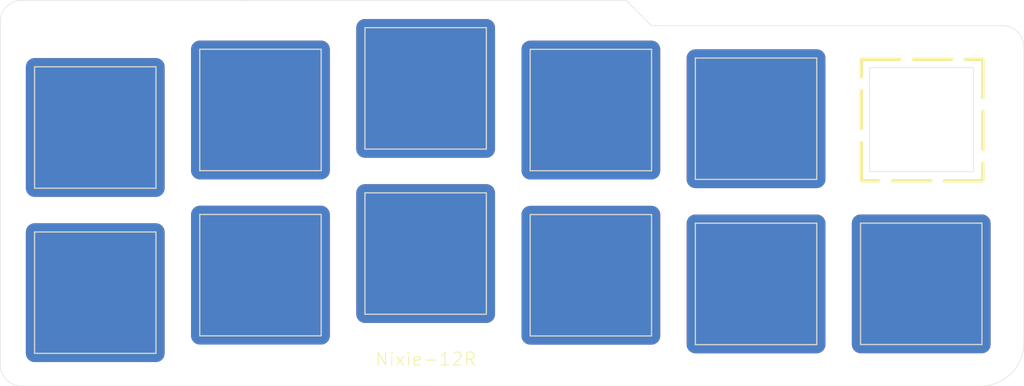
<source format=kicad_pcb>
(kicad_pcb (version 20221018) (generator pcbnew)
  (layers (0 "F.Cu" signal) (31 "B.Cu" signal) (34 "B.Paste" user) (35 "F.Paste" user) (36 "B.SilkS" user "B.Silkscreen") (37 "F.SilkS" user "F.Silkscreen") (38 "B.Mask" user) (39 "F.Mask" user) (44 "Edge.Cuts" user))
  (net 0 "")
  (footprint "Stencils:MX_FMask-with-cutout" (layer "F.Cu") (at 200.175 129.025)
    (fp_text reference "REF**" hide)
    (fp_text value "MX_FMask-with-cutout" hide)
    (fp_line (start -7 -7) (end -7 7) (stroke (width 0.15)) (layer "Edge.Cuts"))
    (fp_line (start -7 7) (end 7 7) (stroke (width 0.15)) (layer "Edge.Cuts"))
    (fp_line (start 7 -7) (end -7 -7) (stroke (width 0.15)) (layer "Edge.Cuts"))
    (fp_line (start 7 7) (end 7 -7) (stroke (width 0.15)) (layer "Edge.Cuts"))
    (pad "1" smd roundrect (at 0 0 180) (size 16 16) (layers "F.Cu" "F.Mask") (roundrect_rratio 0.063))
    (pad "1" smd roundrect (at 0 0 180) (size 16 16) (layers "B.Cu" "B.Mask") (roundrect_rratio 0.063))
  )
  (footprint "Stencils:MX_FMask-with-cutout" (layer "F.Cu") (at 238.275 151.575)
    (fp_text reference "REF**" hide)
    (fp_text value "MX_FMask-with-cutout" hide)
    (fp_line (start -7 -7) (end -7 7) (stroke (width 0.15)) (layer "Edge.Cuts"))
    (fp_line (start -7 7) (end 7 7) (stroke (width 0.15)) (layer "Edge.Cuts"))
    (fp_line (start 7 -7) (end -7 -7) (stroke (width 0.15)) (layer "Edge.Cuts"))
    (fp_line (start 7 7) (end 7 -7) (stroke (width 0.15)) (layer "Edge.Cuts"))
    (pad "1" smd roundrect (at 0 0 180) (size 16 16) (layers "F.Cu" "F.Mask") (roundrect_rratio 0.063))
    (pad "1" smd roundrect (at 0 0 180) (size 16 16) (layers "B.Cu" "B.Mask") (roundrect_rratio 0.063))
  )
  (footprint "Stencils:MX_FMask-with-cutout" (layer "F.Cu") (at 238.275 132.525)
    (fp_text reference "REF**" hide)
    (fp_text value "MX_FMask-with-cutout" hide)
    (fp_line (start -7 -7) (end -7 7) (stroke (width 0.15)) (layer "Edge.Cuts"))
    (fp_line (start -7 7) (end 7 7) (stroke (width 0.15)) (layer "Edge.Cuts"))
    (fp_line (start 7 -7) (end -7 -7) (stroke (width 0.15)) (layer "Edge.Cuts"))
    (fp_line (start 7 7) (end 7 -7) (stroke (width 0.15)) (layer "Edge.Cuts"))
    (pad "1" smd roundrect (at 0 0 180) (size 16 16) (layers "F.Cu" "F.Mask") (roundrect_rratio 0.063))
    (pad "1" smd roundrect (at 0 0 180) (size 16 16) (layers "B.Cu" "B.Mask") (roundrect_rratio 0.063))
  )
  (footprint "Stencils:MX_FMask-with-cutout" (layer "F.Cu") (at 162.075 133.535)
    (fp_text reference "REF**" hide)
    (fp_text value "MX_FMask-with-cutout" hide)
    (fp_line (start -7 -7) (end -7 7) (stroke (width 0.15)) (layer "Edge.Cuts"))
    (fp_line (start -7 7) (end 7 7) (stroke (width 0.15)) (layer "Edge.Cuts"))
    (fp_line (start 7 -7) (end -7 -7) (stroke (width 0.15)) (layer "Edge.Cuts"))
    (fp_line (start 7 7) (end 7 -7) (stroke (width 0.15)) (layer "Edge.Cuts"))
    (pad "1" smd roundrect (at 0 0 180) (size 16 16) (layers "F.Cu" "F.Mask") (roundrect_rratio 0.063))
    (pad "1" smd roundrect (at 0 0 180) (size 16 16) (layers "B.Cu" "B.Mask") (roundrect_rratio 0.063))
  )
  (footprint "Stencils:MX_FMask-with-cutout" (layer "F.Cu") (at 257.325 151.565)
    (fp_text reference "REF**" hide)
    (fp_text value "MX_FMask-with-cutout" hide)
    (fp_line (start -7 -7) (end -7 7) (stroke (width 0.15)) (layer "Edge.Cuts"))
    (fp_line (start -7 7) (end 7 7) (stroke (width 0.15)) (layer "Edge.Cuts"))
    (fp_line (start 7 -7) (end -7 -7) (stroke (width 0.15)) (layer "Edge.Cuts"))
    (fp_line (start 7 7) (end 7 -7) (stroke (width 0.15)) (layer "Edge.Cuts"))
    (pad "1" smd roundrect (at 0 0 180) (size 16 16) (layers "F.Cu" "F.Mask") (roundrect_rratio 0.063))
    (pad "1" smd roundrect (at 0 0 180) (size 16 16) (layers "B.Cu" "B.Mask") (roundrect_rratio 0.063))
  )
  (footprint "Stencils:MX_FMask-with-cutout" (layer "F.Cu") (at 181.125 150.565)
    (fp_text reference "REF**" hide)
    (fp_text value "MX_FMask-with-cutout" hide)
    (fp_line (start -7 -7) (end -7 7) (stroke (width 0.15)) (layer "Edge.Cuts"))
    (fp_line (start -7 7) (end 7 7) (stroke (width 0.15)) (layer "Edge.Cuts"))
    (fp_line (start 7 -7) (end -7 -7) (stroke (width 0.15)) (layer "Edge.Cuts"))
    (fp_line (start 7 7) (end 7 -7) (stroke (width 0.15)) (layer "Edge.Cuts"))
    (pad "1" smd roundrect (at 0 0 180) (size 16 16) (layers "F.Cu" "F.Mask") (roundrect_rratio 0.063))
    (pad "1" smd roundrect (at 0 0 180) (size 16 16) (layers "B.Cu" "B.Mask") (roundrect_rratio 0.063))
  )
  (footprint "Stencils:MX_FMask-with-cutout" (layer "F.Cu") (at 162.075 152.585)
    (fp_text reference "REF**" hide)
    (fp_text value "MX_FMask-with-cutout" hide)
    (fp_line (start -7 -7) (end -7 7) (stroke (width 0.15)) (layer "Edge.Cuts"))
    (fp_line (start -7 7) (end 7 7) (stroke (width 0.15)) (layer "Edge.Cuts"))
    (fp_line (start 7 -7) (end -7 -7) (stroke (width 0.15)) (layer "Edge.Cuts"))
    (fp_line (start 7 7) (end 7 -7) (stroke (width 0.15)) (layer "Edge.Cuts"))
    (pad "1" smd roundrect (at 0 0 180) (size 16 16) (layers "F.Cu" "F.Mask") (roundrect_rratio 0.063))
    (pad "1" smd roundrect (at 0 0 180) (size 16 16) (layers "B.Cu" "B.Mask") (roundrect_rratio 0.063))
  )
  (footprint "Stencils:MX_FMask-with-cutout" (layer "F.Cu") (at 219.225 150.575)
    (fp_text reference "REF**" hide)
    (fp_text value "MX_FMask-with-cutout" hide)
    (fp_line (start -7 -7) (end -7 7) (stroke (width 0.15)) (layer "Edge.Cuts"))
    (fp_line (start -7 7) (end 7 7) (stroke (width 0.15)) (layer "Edge.Cuts"))
    (fp_line (start 7 -7) (end -7 -7) (stroke (width 0.15)) (layer "Edge.Cuts"))
    (fp_line (start 7 7) (end 7 -7) (stroke (width 0.15)) (layer "Edge.Cuts"))
    (pad "1" smd roundrect (at 0 0 180) (size 16 16) (layers "F.Cu" "F.Mask") (roundrect_rratio 0.063))
    (pad "1" smd roundrect (at 0 0 180) (size 16 16) (layers "B.Cu" "B.Mask") (roundrect_rratio 0.063))
  )
  (footprint "Stencils:MX_FMask-with-cutout" (layer "F.Cu") (at 219.225 131.525)
    (fp_text reference "REF**" hide)
    (fp_text value "MX_FMask-with-cutout" hide)
    (fp_line (start -7 -7) (end -7 7) (stroke (width 0.15)) (layer "Edge.Cuts"))
    (fp_line (start -7 7) (end 7 7) (stroke (width 0.15)) (layer "Edge.Cuts"))
    (fp_line (start 7 -7) (end -7 -7) (stroke (width 0.15)) (layer "Edge.Cuts"))
    (fp_line (start 7 7) (end 7 -7) (stroke (width 0.15)) (layer "Edge.Cuts"))
    (pad "1" smd roundrect (at 0 0 180) (size 16 16) (layers "F.Cu" "F.Mask") (roundrect_rratio 0.063))
    (pad "1" smd roundrect (at 0 0 180) (size 16 16) (layers "B.Cu" "B.Mask") (roundrect_rratio 0.063))
  )
  (footprint "Stencils:MX_FMask-with-cutout" (layer "F.Cu") (at 200.175 148.075)
    (fp_text reference "REF**" hide)
    (fp_text value "MX_FMask-with-cutout" hide)
    (fp_line (start -7 -7) (end -7 7) (stroke (width 0.15)) (layer "Edge.Cuts"))
    (fp_line (start -7 7) (end 7 7) (stroke (width 0.15)) (layer "Edge.Cuts"))
    (fp_line (start 7 -7) (end -7 -7) (stroke (width 0.15)) (layer "Edge.Cuts"))
    (fp_line (start 7 7) (end 7 -7) (stroke (width 0.15)) (layer "Edge.Cuts"))
    (pad "1" smd roundrect (at 0 0 180) (size 16 16) (layers "F.Cu" "F.Mask") (roundrect_rratio 0.063))
    (pad "1" smd roundrect (at 0 0 180) (size 16 16) (layers "B.Cu" "B.Mask") (roundrect_rratio 0.063))
  )
  (footprint "Stencils:MX_FMask-with-cutout" (layer "F.Cu") (at 181.125 131.515)
    (fp_text reference "REF**" hide)
    (fp_text value "MX_FMask-with-cutout" hide)
    (fp_line (start -7 -7) (end -7 7) (stroke (width 0.15)) (layer "Edge.Cuts"))
    (fp_line (start -7 7) (end 7 7) (stroke (width 0.15)) (layer "Edge.Cuts"))
    (fp_line (start 7 -7) (end -7 -7) (stroke (width 0.15)) (layer "Edge.Cuts"))
    (fp_line (start 7 7) (end 7 -7) (stroke (width 0.15)) (layer "Edge.Cuts"))
    (pad "1" smd roundrect (at 0 0 180) (size 16 16) (layers "F.Cu" "F.Mask") (roundrect_rratio 0.063))
    (pad "1" smd roundrect (at 0 0 180) (size 16 16) (layers "B.Cu" "B.Mask") (roundrect_rratio 0.063))
  )
  (gr_rect (start 250.425 125.675) (end 264.425 139.675) (stroke (width 0.4) (type dash)) (fill none) (layer "F.SilkS"))
  (gr_line (start 223.274928 118.86497) (end 153.600492 118.859959) (stroke (width 0.05)) (layer "Edge.Cuts"))
  (gr_line (start 226.199928 121.78997) (end 223.274928 118.86497) (stroke (width 0.05)) (layer "Edge.Cuts"))
  (gr_arc (start 269.164928 158.35997) (mid 267.700462 161.895504) (end 264.164928 163.35997) (stroke (width 0.05)) (layer "Edge.Cuts"))
  (gr_arc (start 153.614928 163.357829) (mid 151.847986 162.634984) (end 151.114887 160.872296) (stroke (width 0.05)) (layer "Edge.Cuts"))
  (gr_rect (start 251.364959 126.641163) (end 263.364959 138.641163) (stroke (width 0.05)) (fill none) (layer "Edge.Cuts"))
  (gr_line (start 269.164928 158.35997) (end 269.16501 124.275503) (stroke (width 0.05)) (layer "Edge.Cuts"))
  (gr_line (start 151.114887 121.35997) (end 151.114887 160.872296) (stroke (width 0.05)) (layer "Edge.Cuts"))
  (gr_arc (start 151.114887 121.35997) (mid 151.837733 119.593034) (end 153.60042 118.859929) (stroke (width 0.05)) (layer "Edge.Cuts"))
  (gr_line (start 153.614928 163.357829) (end 264.164928 163.35997) (stroke (width 0.05)) (layer "Edge.Cuts"))
  (gr_arc (start 266.664969 121.78997) (mid 268.431899 122.512827) (end 269.16501 124.275503) (stroke (width 0.05)) (layer "Edge.Cuts"))
  (gr_line (start 266.664969 121.78997) (end 226.199928 121.78997) (stroke (width 0.05)) (layer "Edge.Cuts"))
  (gr_text "Nixie-12R" (at 194.275 161.125) (layer "F.SilkS") (effects (font (size 1.5 1.5) (thickness 0.1)) (justify left bottom)))
)
</source>
